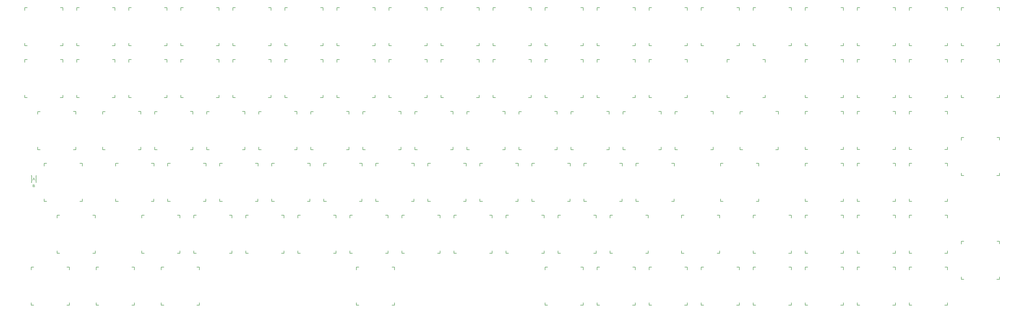
<source format=gto>
G04 Layer_Color=65535*
%FSLAX25Y25*%
%MOIN*%
G70*
G01*
G75*
%ADD39C,0.00787*%
G36*
X24266Y188265D02*
X23699D01*
X23256Y189411D01*
X21673D01*
X21263Y188265D01*
X20734D01*
X22175Y192043D01*
X22721D01*
X24266Y188265D01*
D02*
G37*
G36*
X22596Y182195D02*
X22639D01*
X22738Y182184D01*
X22847Y182173D01*
X22962Y182151D01*
X23076Y182124D01*
X23180Y182086D01*
X23185D01*
X23191Y182080D01*
X23224Y182064D01*
X23273Y182036D01*
X23327Y181998D01*
X23393Y181949D01*
X23464Y181889D01*
X23529Y181813D01*
X23589Y181731D01*
X23595Y181720D01*
X23611Y181687D01*
X23639Y181643D01*
X23666Y181578D01*
X23693Y181501D01*
X23720Y181420D01*
X23737Y181327D01*
X23742Y181234D01*
Y181223D01*
Y181196D01*
X23737Y181147D01*
X23726Y181086D01*
X23710Y181015D01*
X23682Y180939D01*
X23650Y180863D01*
X23606Y180781D01*
X23600Y180770D01*
X23584Y180748D01*
X23551Y180704D01*
X23508Y180660D01*
X23453Y180606D01*
X23387Y180546D01*
X23305Y180491D01*
X23213Y180437D01*
X23218D01*
X23229Y180431D01*
X23246Y180426D01*
X23267Y180415D01*
X23333Y180393D01*
X23409Y180355D01*
X23491Y180306D01*
X23584Y180246D01*
X23666Y180175D01*
X23742Y180087D01*
X23748Y180076D01*
X23770Y180044D01*
X23802Y179994D01*
X23835Y179929D01*
X23868Y179841D01*
X23901Y179749D01*
X23923Y179639D01*
X23928Y179519D01*
Y179514D01*
Y179508D01*
Y179476D01*
X23923Y179421D01*
X23912Y179356D01*
X23901Y179279D01*
X23879Y179197D01*
X23852Y179110D01*
X23813Y179023D01*
X23808Y179012D01*
X23791Y178984D01*
X23770Y178946D01*
X23737Y178892D01*
X23693Y178837D01*
X23650Y178777D01*
X23595Y178717D01*
X23535Y178668D01*
X23529Y178662D01*
X23508Y178646D01*
X23469Y178624D01*
X23420Y178602D01*
X23360Y178569D01*
X23289Y178537D01*
X23213Y178509D01*
X23120Y178482D01*
X23109D01*
X23076Y178471D01*
X23022Y178466D01*
X22951Y178455D01*
X22863Y178444D01*
X22760Y178433D01*
X22645Y178427D01*
X22514Y178422D01*
X21072D01*
Y182200D01*
X22558D01*
X22596Y182195D01*
D02*
G37*
%LPC*%
G36*
X22437Y191650D02*
Y191644D01*
X22432Y191633D01*
Y191611D01*
X22421Y191590D01*
X22416Y191551D01*
X22405Y191513D01*
X22383Y191420D01*
X22355Y191311D01*
X22317Y191191D01*
X22279Y191060D01*
X22230Y190924D01*
X21820Y189821D01*
X23098D01*
X22705Y190858D01*
Y190863D01*
X22700Y190880D01*
X22689Y190907D01*
X22678Y190940D01*
X22661Y190978D01*
X22645Y191027D01*
X22628Y191082D01*
X22607Y191136D01*
X22563Y191262D01*
X22519Y191393D01*
X22476Y191524D01*
X22437Y191650D01*
D02*
G37*
G36*
X22568Y180169D02*
X21575D01*
Y178870D01*
X22650D01*
X22765Y178875D01*
X22814Y178881D01*
X22858Y178886D01*
X22863D01*
X22885Y178892D01*
X22918Y178897D01*
X22956Y178908D01*
X23049Y178941D01*
X23142Y178984D01*
X23147Y178990D01*
X23164Y179001D01*
X23185Y179017D01*
X23213Y179039D01*
X23240Y179072D01*
X23278Y179104D01*
X23305Y179148D01*
X23338Y179197D01*
X23344Y179203D01*
X23349Y179219D01*
X23360Y179252D01*
X23377Y179290D01*
X23393Y179334D01*
X23404Y179388D01*
X23409Y179454D01*
X23415Y179519D01*
Y179530D01*
Y179552D01*
X23409Y179596D01*
X23398Y179645D01*
X23387Y179700D01*
X23366Y179760D01*
X23338Y179820D01*
X23300Y179880D01*
X23295Y179885D01*
X23278Y179907D01*
X23256Y179934D01*
X23224Y179967D01*
X23180Y180005D01*
X23125Y180044D01*
X23065Y180076D01*
X22994Y180104D01*
X22983Y180109D01*
X22962Y180114D01*
X22912Y180125D01*
X22852Y180136D01*
X22776Y180147D01*
X22683Y180158D01*
X22568Y180169D01*
D02*
G37*
G36*
X22470Y181753D02*
X21575D01*
Y180617D01*
X22503D01*
X22574Y180622D01*
X22650Y180628D01*
X22727Y180633D01*
X22803Y180644D01*
X22863Y180655D01*
X22874Y180660D01*
X22896Y180666D01*
X22929Y180682D01*
X22973Y180704D01*
X23016Y180726D01*
X23065Y180759D01*
X23114Y180803D01*
X23153Y180846D01*
X23158Y180852D01*
X23169Y180868D01*
X23185Y180901D01*
X23202Y180939D01*
X23218Y180983D01*
X23235Y181037D01*
X23246Y181103D01*
X23251Y181174D01*
Y181185D01*
Y181207D01*
X23246Y181239D01*
X23240Y181283D01*
X23229Y181338D01*
X23213Y181392D01*
X23191Y181447D01*
X23158Y181501D01*
X23153Y181507D01*
X23142Y181523D01*
X23120Y181551D01*
X23093Y181578D01*
X23054Y181611D01*
X23011Y181643D01*
X22956Y181676D01*
X22896Y181698D01*
X22891D01*
X22863Y181709D01*
X22825Y181714D01*
X22765Y181725D01*
X22683Y181736D01*
X22590Y181742D01*
X22470Y181753D01*
D02*
G37*
%LPD*%
D39*
X25634Y195075D02*
X26234D01*
X25634Y185232D02*
X26234D01*
X18834Y185232D02*
X19484D01*
X18834Y195075D02*
X19484D01*
Y185232D02*
Y195075D01*
X25634Y185232D02*
Y195075D01*
X964341Y59041D02*
Y62791D01*
X960591D02*
X964341D01*
X909282Y58982D02*
Y62732D01*
X913032D01*
X909282Y7732D02*
X913032D01*
X909282D02*
Y11482D01*
X964282Y7732D02*
Y11482D01*
X960532Y7732D02*
X964282D01*
X814341Y59041D02*
Y62791D01*
X810591D02*
X814341D01*
X759282Y58982D02*
Y62732D01*
X763032D01*
X759282Y7732D02*
X763032D01*
X759282D02*
Y11482D01*
X814282Y7732D02*
Y11482D01*
X810532Y7732D02*
X814282D01*
X964342Y359041D02*
Y362791D01*
X960592D02*
X964342D01*
X909283Y358982D02*
Y362732D01*
X913033D01*
X909283Y307732D02*
X913033D01*
X909283D02*
Y311482D01*
X964283Y307732D02*
Y311482D01*
X960533Y307732D02*
X964283D01*
X889342Y359041D02*
Y362791D01*
X885592D02*
X889342D01*
X834283Y358982D02*
Y362732D01*
X838033D01*
X834283Y307732D02*
X838033D01*
X834283D02*
Y311482D01*
X889283Y307732D02*
Y311482D01*
X885533Y307732D02*
X889283D01*
X833096Y134041D02*
Y137791D01*
X829346D02*
X833096D01*
X778037Y133982D02*
Y137732D01*
X781787D01*
X778037Y82732D02*
X781787D01*
X778037D02*
Y86482D01*
X833037Y82732D02*
Y86482D01*
X829287Y82732D02*
X833037D01*
X908097Y134041D02*
Y137791D01*
X904346D02*
X908097D01*
X853037Y133982D02*
Y137732D01*
X856787D01*
X853037Y82732D02*
X856787D01*
X853037D02*
Y86482D01*
X908037Y82732D02*
Y86482D01*
X904287Y82732D02*
X908037D01*
X814342Y359041D02*
Y362791D01*
X810592D02*
X814342D01*
X759283Y358982D02*
Y362732D01*
X763033D01*
X759283Y307732D02*
X763033D01*
X759283D02*
Y311482D01*
X814283Y307732D02*
Y311482D01*
X810533Y307732D02*
X814283D01*
X139342Y359041D02*
Y362791D01*
X135592D02*
X139342D01*
X84283Y358982D02*
Y362732D01*
X88033D01*
X84283Y307732D02*
X88033D01*
X84283D02*
Y311482D01*
X139283Y307732D02*
Y311482D01*
X135533Y307732D02*
X139283D01*
X214342Y359041D02*
Y362791D01*
X210593D02*
X214342D01*
X159283Y358982D02*
Y362732D01*
X163033D01*
X159283Y307732D02*
X163033D01*
X159283D02*
Y311482D01*
X214283Y307732D02*
Y311482D01*
X210533Y307732D02*
X214283D01*
X289342Y359041D02*
Y362791D01*
X285593D02*
X289342D01*
X234283Y358982D02*
Y362732D01*
X238033D01*
X234283Y307732D02*
X238033D01*
X234283D02*
Y311482D01*
X289283Y307732D02*
Y311482D01*
X285533Y307732D02*
X289283D01*
X364342Y359041D02*
Y362791D01*
X360593D02*
X364342D01*
X309283Y358982D02*
Y362732D01*
X313033D01*
X309283Y307732D02*
X313033D01*
X309283D02*
Y311482D01*
X364283Y307732D02*
Y311482D01*
X360533Y307732D02*
X364283D01*
X439342Y359041D02*
Y362791D01*
X435593D02*
X439342D01*
X384283Y358982D02*
Y362732D01*
X388033D01*
X384283Y307732D02*
X388033D01*
X384283D02*
Y311482D01*
X439283Y307732D02*
Y311482D01*
X435533Y307732D02*
X439283D01*
X514342Y359041D02*
Y362791D01*
X510593D02*
X514342D01*
X459283Y358982D02*
Y362732D01*
X463033D01*
X459283Y307732D02*
X463033D01*
X459283D02*
Y311482D01*
X514283Y307732D02*
Y311482D01*
X510533Y307732D02*
X514283D01*
X589342Y359041D02*
Y362791D01*
X585593D02*
X589342D01*
X534283Y358982D02*
Y362732D01*
X538033D01*
X534283Y307732D02*
X538033D01*
X534283D02*
Y311482D01*
X589283Y307732D02*
Y311482D01*
X585533Y307732D02*
X589283D01*
X664342Y359041D02*
Y362791D01*
X660593D02*
X664342D01*
X609283Y358982D02*
Y362732D01*
X613033D01*
X609283Y307732D02*
X613033D01*
X609283D02*
Y311482D01*
X664283Y307732D02*
Y311482D01*
X660533Y307732D02*
X664283D01*
X739342Y359041D02*
Y362791D01*
X735593D02*
X739342D01*
X684283Y358982D02*
Y362732D01*
X688033D01*
X684283Y307732D02*
X688033D01*
X684283D02*
Y311482D01*
X739283Y307732D02*
Y311482D01*
X735533Y307732D02*
X739283D01*
X926840Y284036D02*
Y287786D01*
X923090D02*
X926840D01*
X871782Y283977D02*
Y287727D01*
X875531D01*
X871782Y232727D02*
X875531D01*
X871782D02*
Y236477D01*
X926781Y232727D02*
Y236477D01*
X923032Y232727D02*
X926781D01*
X1095592Y284036D02*
Y287786D01*
X1091842D02*
X1095592D01*
X1040533Y283977D02*
Y287727D01*
X1044283D01*
X1040533Y232727D02*
X1044283D01*
X1040533D02*
Y236477D01*
X1095533Y232727D02*
Y236477D01*
X1091783Y232727D02*
X1095533D01*
X1001841Y284036D02*
Y287786D01*
X998091D02*
X1001841D01*
X946782Y283977D02*
Y287727D01*
X950532D01*
X946782Y232727D02*
X950532D01*
X946782D02*
Y236477D01*
X1001782Y232727D02*
Y236477D01*
X998032Y232727D02*
X1001782D01*
X261218Y59041D02*
Y62791D01*
X257468D02*
X261218D01*
X206159Y58982D02*
Y62732D01*
X209909D01*
X206159Y7732D02*
X209909D01*
X206159D02*
Y11482D01*
X261159Y7732D02*
Y11482D01*
X257409Y7732D02*
X261159D01*
X195596Y209041D02*
Y212791D01*
X191846D02*
X195596D01*
X140536Y208982D02*
Y212732D01*
X144287D01*
X140536Y157732D02*
X144287D01*
X140536D02*
Y161482D01*
X195536Y157732D02*
Y161482D01*
X191787Y157732D02*
X195536D01*
X1076841Y359041D02*
Y362791D01*
X1073091D02*
X1076841D01*
X1021782Y358982D02*
Y362732D01*
X1025532D01*
X1021782Y307732D02*
X1025532D01*
X1021782D02*
Y311482D01*
X1076782Y307732D02*
Y311482D01*
X1073032Y307732D02*
X1076782D01*
X533096Y134041D02*
Y137791D01*
X529346D02*
X533096D01*
X478037Y133982D02*
Y137732D01*
X481787D01*
X478037Y82732D02*
X481787D01*
X478037D02*
Y86482D01*
X533037Y82732D02*
Y86482D01*
X529287Y82732D02*
X533037D01*
X92470Y209041D02*
Y212791D01*
X88720D02*
X92470D01*
X37411Y208982D02*
Y212732D01*
X41161D01*
X37411Y157732D02*
X41161D01*
X37411D02*
Y161482D01*
X92411Y157732D02*
Y161482D01*
X88661Y157732D02*
X92411D01*
X383096Y134041D02*
Y137791D01*
X379346D02*
X383096D01*
X328037Y133982D02*
Y137732D01*
X331787D01*
X328037Y82732D02*
X331787D01*
X328037D02*
Y86482D01*
X383037Y82732D02*
Y86482D01*
X379287Y82732D02*
X383037D01*
X73718Y59041D02*
Y62791D01*
X69968D02*
X73718D01*
X18658Y58982D02*
Y62732D01*
X22409D01*
X18658Y7732D02*
X22409D01*
X18658D02*
Y11482D01*
X73659Y7732D02*
Y11482D01*
X69908Y7732D02*
X73659D01*
X1114341Y434041D02*
Y437791D01*
X1110591D02*
X1114341D01*
X1059282Y433982D02*
Y437732D01*
X1063032D01*
X1059282Y382732D02*
X1063032D01*
X1059282D02*
Y386482D01*
X1114282Y382732D02*
Y386482D01*
X1110532Y382732D02*
X1114282D01*
X1114341Y59041D02*
Y62791D01*
X1110591D02*
X1114341D01*
X1059282Y58982D02*
Y62732D01*
X1063032D01*
X1059282Y7732D02*
X1063032D01*
X1059282D02*
Y11482D01*
X1114282Y7732D02*
Y11482D01*
X1110532Y7732D02*
X1114282D01*
X345596Y209041D02*
Y212791D01*
X341846D02*
X345596D01*
X290537Y208982D02*
Y212732D01*
X294287D01*
X290537Y157732D02*
X294287D01*
X290537D02*
Y161482D01*
X345537Y157732D02*
Y161482D01*
X341787Y157732D02*
X345537D01*
X1264341Y434041D02*
Y437791D01*
X1260591D02*
X1264341D01*
X1209282Y433982D02*
Y437732D01*
X1213032D01*
X1209282Y382732D02*
X1213032D01*
X1209282D02*
Y386482D01*
X1264282Y382732D02*
Y386482D01*
X1260532Y382732D02*
X1264282D01*
X1067465Y209041D02*
Y212791D01*
X1063715D02*
X1067465D01*
X1012406Y208982D02*
Y212732D01*
X1016156D01*
X1012406Y157732D02*
X1016156D01*
X1012406D02*
Y161482D01*
X1067406Y157732D02*
Y161482D01*
X1063656Y157732D02*
X1067406D01*
X60533Y382732D02*
X64283D01*
Y386482D01*
X9283Y382732D02*
Y386482D01*
Y382732D02*
X13033D01*
X9283Y437732D02*
X13033D01*
X9283Y433982D02*
Y437732D01*
X60593Y437791D02*
X64342D01*
Y434041D02*
Y437791D01*
X326840Y284036D02*
Y287786D01*
X323090D02*
X326840D01*
X271781Y283977D02*
Y287727D01*
X275531D01*
X271781Y232727D02*
X275531D01*
X271781D02*
Y236477D01*
X326781Y232727D02*
Y236477D01*
X323031Y232727D02*
X326781D01*
X135533Y382732D02*
X139283D01*
Y386482D01*
X84283Y382732D02*
Y386482D01*
Y382732D02*
X88033D01*
X84283Y437732D02*
X88033D01*
X84283Y433982D02*
Y437732D01*
X135592Y437791D02*
X139342D01*
Y434041D02*
Y437791D01*
X210533Y382732D02*
X214283D01*
Y386482D01*
X159283Y382732D02*
Y386482D01*
Y382732D02*
X163033D01*
X159283Y437732D02*
X163033D01*
X159283Y433982D02*
Y437732D01*
X210592Y437791D02*
X214342D01*
Y434041D02*
Y437791D01*
X285533Y382732D02*
X289283D01*
Y386482D01*
X234283Y382732D02*
Y386482D01*
Y382732D02*
X238033D01*
X234283Y437732D02*
X238033D01*
X234283Y433982D02*
Y437732D01*
X285592Y437791D02*
X289342D01*
Y434041D02*
Y437791D01*
X364342Y434041D02*
Y437791D01*
X360592D02*
X364342D01*
X309283Y433982D02*
Y437732D01*
X313033D01*
X309283Y382732D02*
X313033D01*
X309283D02*
Y386482D01*
X364283Y382732D02*
Y386482D01*
X360533Y382732D02*
X364283D01*
X439342Y434041D02*
Y437791D01*
X435592D02*
X439342D01*
X384283Y433982D02*
Y437732D01*
X388033D01*
X384283Y382732D02*
X388033D01*
X384283D02*
Y386482D01*
X439283Y382732D02*
Y386482D01*
X435533Y382732D02*
X439283D01*
X514342Y434041D02*
Y437791D01*
X510592D02*
X514342D01*
X459283Y433982D02*
Y437732D01*
X463033D01*
X459283Y382732D02*
X463033D01*
X459283D02*
Y386482D01*
X514283Y382732D02*
Y386482D01*
X510533Y382732D02*
X514283D01*
X589342Y434041D02*
Y437791D01*
X585592D02*
X589342D01*
X534283Y433982D02*
Y437732D01*
X538033D01*
X534283Y382732D02*
X538033D01*
X534283D02*
Y386482D01*
X589283Y382732D02*
Y386482D01*
X585533Y382732D02*
X589283D01*
X664342Y434041D02*
Y437791D01*
X660592D02*
X664342D01*
X609282Y433982D02*
Y437732D01*
X613032D01*
X609282Y382732D02*
X613032D01*
X609282D02*
Y386482D01*
X664283Y382732D02*
Y386482D01*
X660533Y382732D02*
X664283D01*
X739341Y434041D02*
Y437791D01*
X735592D02*
X739341D01*
X684282Y433982D02*
Y437732D01*
X688032D01*
X684282Y382732D02*
X688032D01*
X684282D02*
Y386482D01*
X739282Y382732D02*
Y386482D01*
X735532Y382732D02*
X739282D01*
X814341Y434041D02*
Y437791D01*
X810591D02*
X814341D01*
X759282Y433982D02*
Y437732D01*
X763032D01*
X759282Y382732D02*
X763032D01*
X759282D02*
Y386482D01*
X814282Y382732D02*
Y386482D01*
X810532Y382732D02*
X814282D01*
X889341Y434041D02*
Y437791D01*
X885591D02*
X889341D01*
X834282Y433982D02*
Y437732D01*
X838032D01*
X834282Y382732D02*
X838032D01*
X834282D02*
Y386482D01*
X889282Y382732D02*
Y386482D01*
X885532Y382732D02*
X889282D01*
X964341Y434041D02*
Y437791D01*
X960591D02*
X964341D01*
X909282Y433982D02*
Y437732D01*
X913032D01*
X909282Y382732D02*
X913032D01*
X909282D02*
Y386482D01*
X964282Y382732D02*
Y386482D01*
X960532Y382732D02*
X964282D01*
X889341Y59041D02*
Y62791D01*
X885591D02*
X889341D01*
X834282Y58982D02*
Y62732D01*
X838032D01*
X834282Y7732D02*
X838032D01*
X834282D02*
Y11482D01*
X889282Y7732D02*
Y11482D01*
X885532Y7732D02*
X889282D01*
X420596Y209041D02*
Y212791D01*
X416846D02*
X420596D01*
X365537Y208982D02*
Y212732D01*
X369287D01*
X365537Y157732D02*
X369287D01*
X365537D02*
Y161482D01*
X420537Y157732D02*
Y161482D01*
X416787Y157732D02*
X420537D01*
X495596Y209041D02*
Y212791D01*
X491846D02*
X495596D01*
X440537Y208982D02*
Y212732D01*
X444287D01*
X440537Y157732D02*
X444287D01*
X440537D02*
Y161482D01*
X495537Y157732D02*
Y161482D01*
X491787Y157732D02*
X495537D01*
X1189341Y434041D02*
Y437791D01*
X1185591D02*
X1189341D01*
X1134282Y433982D02*
Y437732D01*
X1138032D01*
X1134282Y382732D02*
X1138032D01*
X1134282D02*
Y386482D01*
X1189282Y382732D02*
Y386482D01*
X1185532Y382732D02*
X1189282D01*
X570596Y209041D02*
Y212791D01*
X566846D02*
X570596D01*
X515537Y208982D02*
Y212732D01*
X519287D01*
X515537Y157732D02*
X519287D01*
X515537D02*
Y161482D01*
X570537Y157732D02*
Y161482D01*
X566787Y157732D02*
X570537D01*
X701840Y284036D02*
Y287786D01*
X698090D02*
X701840D01*
X646781Y283977D02*
Y287727D01*
X650531D01*
X646781Y232727D02*
X650531D01*
X646781D02*
Y236477D01*
X701781Y232727D02*
Y236477D01*
X698031Y232727D02*
X701781D01*
X645596Y209041D02*
Y212791D01*
X641846D02*
X645596D01*
X590537Y208982D02*
Y212732D01*
X594287D01*
X590537Y157732D02*
X594287D01*
X590537D02*
Y161482D01*
X645537Y157732D02*
Y161482D01*
X641787Y157732D02*
X645537D01*
X720596Y209041D02*
Y212791D01*
X716846D02*
X720596D01*
X665537Y208982D02*
Y212732D01*
X669287D01*
X665537Y157732D02*
X669287D01*
X665537D02*
Y161482D01*
X720537Y157732D02*
Y161482D01*
X716787Y157732D02*
X720537D01*
X1039341Y59041D02*
Y62791D01*
X1035591D02*
X1039341D01*
X984282Y58982D02*
Y62732D01*
X988032D01*
X984282Y7732D02*
X988032D01*
X984282D02*
Y11482D01*
X1039282Y7732D02*
Y11482D01*
X1035532Y7732D02*
X1039282D01*
X795596Y209041D02*
Y212791D01*
X791846D02*
X795596D01*
X740537Y208982D02*
Y212732D01*
X744287D01*
X740537Y157732D02*
X744287D01*
X740537D02*
Y161482D01*
X795537Y157732D02*
Y161482D01*
X791787Y157732D02*
X795537D01*
X683096Y134041D02*
Y137791D01*
X679346D02*
X683096D01*
X628037Y133982D02*
Y137732D01*
X631787D01*
X628037Y82732D02*
X631787D01*
X628037D02*
Y86482D01*
X683037Y82732D02*
Y86482D01*
X679287Y82732D02*
X683037D01*
X608096Y134041D02*
Y137791D01*
X604346D02*
X608096D01*
X553037Y133982D02*
Y137732D01*
X556787D01*
X553037Y82732D02*
X556787D01*
X553037D02*
Y86482D01*
X608037Y82732D02*
Y86482D01*
X604287Y82732D02*
X608037D01*
X1264341Y59041D02*
Y62791D01*
X1260591D02*
X1264341D01*
X1209282Y58982D02*
Y62732D01*
X1213032D01*
X1209282Y7732D02*
X1213032D01*
X1209282D02*
Y11482D01*
X1264282Y7732D02*
Y11482D01*
X1260532Y7732D02*
X1264282D01*
X1189341Y134041D02*
Y137791D01*
X1185591D02*
X1189341D01*
X1134282Y133982D02*
Y137732D01*
X1138032D01*
X1134282Y82732D02*
X1138032D01*
X1134282D02*
Y86482D01*
X1189282Y82732D02*
Y86482D01*
X1185532Y82732D02*
X1189282D01*
X1264341Y134041D02*
Y137791D01*
X1260591D02*
X1264341D01*
X1209282Y133982D02*
Y137732D01*
X1213032D01*
X1209282Y82732D02*
X1213032D01*
X1209282D02*
Y86482D01*
X1264282Y82732D02*
Y86482D01*
X1260532Y82732D02*
X1264282D01*
X1339341Y134041D02*
Y137791D01*
X1335591D02*
X1339341D01*
X1284282Y133982D02*
Y137732D01*
X1288032D01*
X1284282Y82732D02*
X1288032D01*
X1284282D02*
Y86482D01*
X1339282Y82732D02*
Y86482D01*
X1335532Y82732D02*
X1339282D01*
X1189341Y209041D02*
Y212791D01*
X1185591D02*
X1189341D01*
X1134282Y208982D02*
Y212732D01*
X1138032D01*
X1134282Y157732D02*
X1138032D01*
X1134282D02*
Y161482D01*
X1189282Y157732D02*
Y161482D01*
X1185532Y157732D02*
X1189282D01*
X1264341Y209041D02*
Y212791D01*
X1260591D02*
X1264341D01*
X1209282Y208982D02*
Y212732D01*
X1213032D01*
X1209282Y157732D02*
X1213032D01*
X1209282D02*
Y161482D01*
X1264282Y157732D02*
Y161482D01*
X1260532Y157732D02*
X1264282D01*
X1339341Y209041D02*
Y212791D01*
X1335591D02*
X1339341D01*
X1284282Y208982D02*
Y212732D01*
X1288032D01*
X1284282Y157732D02*
X1288032D01*
X1284282D02*
Y161482D01*
X1339282Y157732D02*
Y161482D01*
X1335532Y157732D02*
X1339282D01*
X1189341Y284041D02*
Y287791D01*
X1185591D02*
X1189341D01*
X1134282Y283982D02*
Y287732D01*
X1138032D01*
X1134282Y232732D02*
X1138032D01*
X1134282D02*
Y236482D01*
X1189282Y232732D02*
Y236482D01*
X1185532Y232732D02*
X1189282D01*
X1264341Y284041D02*
Y287791D01*
X1260591D02*
X1264341D01*
X1209282Y283982D02*
Y287732D01*
X1213032D01*
X1209282Y232732D02*
X1213032D01*
X1209282D02*
Y236482D01*
X1264282Y232732D02*
Y236482D01*
X1260532Y232732D02*
X1264282D01*
X1339341Y284041D02*
Y287791D01*
X1335591D02*
X1339341D01*
X1284282Y283982D02*
Y287732D01*
X1288032D01*
X1284282Y232732D02*
X1288032D01*
X1284282D02*
Y236482D01*
X1339282Y232732D02*
Y236482D01*
X1335532Y232732D02*
X1339282D01*
X1339341Y359041D02*
Y362791D01*
X1335591D02*
X1339341D01*
X1284282Y358982D02*
Y362732D01*
X1288032D01*
X1284282Y307732D02*
X1288032D01*
X1284282D02*
Y311482D01*
X1339282Y307732D02*
Y311482D01*
X1335532Y307732D02*
X1339282D01*
X1414340Y246422D02*
Y250172D01*
X1410590D02*
X1414340D01*
X1359281Y246363D02*
Y250113D01*
X1363031D01*
X1359281Y195113D02*
X1363031D01*
X1359281D02*
Y198863D01*
X1414281Y195113D02*
Y198863D01*
X1410531Y195113D02*
X1414281D01*
X1414341Y359041D02*
Y362791D01*
X1410591D02*
X1414341D01*
X1359282Y358982D02*
Y362732D01*
X1363032D01*
X1359282Y307732D02*
X1363032D01*
X1359282D02*
Y311482D01*
X1414282Y307732D02*
Y311482D01*
X1410532Y307732D02*
X1414282D01*
X1339341Y59041D02*
Y62791D01*
X1335591D02*
X1339341D01*
X1284282Y58982D02*
Y62732D01*
X1288032D01*
X1284282Y7732D02*
X1288032D01*
X1284282D02*
Y11482D01*
X1339282Y7732D02*
Y11482D01*
X1335532Y7732D02*
X1339282D01*
X1264341Y359041D02*
Y362791D01*
X1260591D02*
X1264341D01*
X1209282Y358982D02*
Y362732D01*
X1213032D01*
X1209282Y307732D02*
X1213032D01*
X1209282D02*
Y311482D01*
X1264282Y307732D02*
Y311482D01*
X1260532Y307732D02*
X1264282D01*
X1414340Y96445D02*
Y100195D01*
X1410590D02*
X1414340D01*
X1359281Y96386D02*
Y100136D01*
X1363031D01*
X1359281Y45136D02*
X1363031D01*
X1359281D02*
Y48886D01*
X1414281Y45136D02*
Y48886D01*
X1410531Y45136D02*
X1414281D01*
X1189341Y359041D02*
Y362791D01*
X1185591D02*
X1189341D01*
X1134282Y358982D02*
Y362732D01*
X1138032D01*
X1134282Y307732D02*
X1138032D01*
X1134282D02*
Y311482D01*
X1189282Y307732D02*
Y311482D01*
X1185532Y307732D02*
X1189282D01*
X776840Y284036D02*
Y287786D01*
X773090D02*
X776840D01*
X721781Y283977D02*
Y287727D01*
X725531D01*
X721781Y232727D02*
X725531D01*
X721781D02*
Y236477D01*
X776781Y232727D02*
Y236477D01*
X773031Y232727D02*
X776781D01*
X1414340Y434041D02*
Y437791D01*
X1410590D02*
X1414340D01*
X1359281Y433982D02*
Y437732D01*
X1363031D01*
X1359281Y382732D02*
X1363031D01*
X1359281D02*
Y386482D01*
X1414281Y382732D02*
Y386482D01*
X1410531Y382732D02*
X1414281D01*
X1339341Y434041D02*
Y437791D01*
X1335591D02*
X1339341D01*
X1284282Y433982D02*
Y437732D01*
X1288032D01*
X1284282Y382732D02*
X1288032D01*
X1284282D02*
Y386482D01*
X1339282Y382732D02*
Y386482D01*
X1335532Y382732D02*
X1339282D01*
X851840Y284036D02*
Y287786D01*
X848090D02*
X851840D01*
X796781Y283977D02*
Y287727D01*
X800531D01*
X796781Y232727D02*
X800531D01*
X796781D02*
Y236477D01*
X851781Y232727D02*
Y236477D01*
X848031Y232727D02*
X851781D01*
X176840Y284036D02*
Y287786D01*
X173090D02*
X176840D01*
X121781Y283977D02*
Y287727D01*
X125531D01*
X121781Y232727D02*
X125531D01*
X121781D02*
Y236477D01*
X176781Y232727D02*
Y236477D01*
X173031Y232727D02*
X176781D01*
X1189341Y59041D02*
Y62791D01*
X1185591D02*
X1189341D01*
X1134282Y58982D02*
Y62732D01*
X1138032D01*
X1134282Y7732D02*
X1138032D01*
X1134282D02*
Y11482D01*
X1189282Y7732D02*
Y11482D01*
X1185532Y7732D02*
X1189282D01*
X401840Y284036D02*
Y287786D01*
X398090D02*
X401840D01*
X346781Y283977D02*
Y287727D01*
X350531D01*
X346781Y232727D02*
X350531D01*
X346781D02*
Y236477D01*
X401781Y232727D02*
Y236477D01*
X398031Y232727D02*
X401781D01*
X111212Y134041D02*
Y137791D01*
X107462D02*
X111212D01*
X56153Y133982D02*
Y137732D01*
X59903D01*
X56153Y82732D02*
X59903D01*
X56153D02*
Y86482D01*
X111153Y82732D02*
Y86482D01*
X107403Y82732D02*
X111153D01*
X1011213Y134041D02*
Y137791D01*
X1007463D02*
X1011213D01*
X956154Y133982D02*
Y137732D01*
X959904D01*
X956154Y82732D02*
X959904D01*
X956154D02*
Y86482D01*
X1011154Y82732D02*
Y86482D01*
X1007404Y82732D02*
X1011154D01*
X542471Y59041D02*
Y62791D01*
X538721D02*
X542471D01*
X487411Y58982D02*
Y62732D01*
X491161D01*
X487411Y7732D02*
X491161D01*
X487411D02*
Y11482D01*
X542412Y7732D02*
Y11482D01*
X538661Y7732D02*
X542412D01*
X270596Y209041D02*
Y212791D01*
X266846D02*
X270596D01*
X215537Y208982D02*
Y212732D01*
X219287D01*
X215537Y157732D02*
X219287D01*
X215537D02*
Y161482D01*
X270537Y157732D02*
Y161482D01*
X266787Y157732D02*
X270537D01*
X476840Y284036D02*
Y287786D01*
X473090D02*
X476840D01*
X421781Y283977D02*
Y287727D01*
X425531D01*
X421781Y232727D02*
X425531D01*
X421781D02*
Y236477D01*
X476781Y232727D02*
Y236477D01*
X473031Y232727D02*
X476781D01*
X1114341Y134041D02*
Y137791D01*
X1110591D02*
X1114341D01*
X1059282Y133982D02*
Y137732D01*
X1063032D01*
X1059282Y82732D02*
X1063032D01*
X1059282D02*
Y86482D01*
X1114282Y82732D02*
Y86482D01*
X1110532Y82732D02*
X1114282D01*
X626840Y284036D02*
Y287786D01*
X623090D02*
X626840D01*
X571781Y283977D02*
Y287727D01*
X575531D01*
X571781Y232727D02*
X575531D01*
X571781D02*
Y236477D01*
X626781Y232727D02*
Y236477D01*
X623031Y232727D02*
X626781D01*
X458096Y134041D02*
Y137791D01*
X454346D02*
X458096D01*
X403037Y133982D02*
Y137732D01*
X406787D01*
X403037Y82732D02*
X406787D01*
X403037D02*
Y86482D01*
X458037Y82732D02*
Y86482D01*
X454287Y82732D02*
X458037D01*
X167468Y59041D02*
Y62791D01*
X163718D02*
X167468D01*
X112409Y58982D02*
Y62732D01*
X116159D01*
X112409Y7732D02*
X116159D01*
X112409D02*
Y11482D01*
X167409Y7732D02*
Y11482D01*
X163659Y7732D02*
X167409D01*
X251840Y284036D02*
Y287786D01*
X248090D02*
X251840D01*
X196781Y283977D02*
Y287727D01*
X200531D01*
X196781Y232727D02*
X200531D01*
X196781D02*
Y236477D01*
X251781Y232727D02*
Y236477D01*
X248031Y232727D02*
X251781D01*
X308096Y134041D02*
Y137791D01*
X304346D02*
X308096D01*
X253037Y133982D02*
Y137732D01*
X256787D01*
X253037Y82732D02*
X256787D01*
X253037D02*
Y86482D01*
X308037Y82732D02*
Y86482D01*
X304287Y82732D02*
X308037D01*
X551840Y284036D02*
Y287786D01*
X548090D02*
X551840D01*
X496781Y283977D02*
Y287727D01*
X500531D01*
X496781Y232727D02*
X500531D01*
X496781D02*
Y236477D01*
X551781Y232727D02*
Y236477D01*
X548031Y232727D02*
X551781D01*
X233096Y134041D02*
Y137791D01*
X229346D02*
X233096D01*
X178036Y133982D02*
Y137732D01*
X181787D01*
X178036Y82732D02*
X181787D01*
X178036D02*
Y86482D01*
X233036Y82732D02*
Y86482D01*
X229287Y82732D02*
X233036D01*
X64342Y359041D02*
Y362791D01*
X60593D02*
X64342D01*
X9283Y358982D02*
Y362732D01*
X13033D01*
X9283Y307732D02*
X13033D01*
X9283D02*
Y311482D01*
X64283Y307732D02*
Y311482D01*
X60533Y307732D02*
X64283D01*
X758096Y134041D02*
Y137791D01*
X754346D02*
X758096D01*
X703037Y133982D02*
Y137732D01*
X706787D01*
X703037Y82732D02*
X706787D01*
X703037D02*
Y86482D01*
X758037Y82732D02*
Y86482D01*
X754287Y82732D02*
X758037D01*
X83095Y284036D02*
Y287786D01*
X79345D02*
X83095D01*
X28036Y283977D02*
Y287727D01*
X31786D01*
X28036Y232727D02*
X31786D01*
X28036D02*
Y236477D01*
X83036Y232727D02*
Y236477D01*
X79286Y232727D02*
X83036D01*
X1039341Y434041D02*
Y437791D01*
X1035591D02*
X1039341D01*
X984282Y433982D02*
Y437732D01*
X988032D01*
X984282Y382732D02*
X988032D01*
X984282D02*
Y386482D01*
X1039282Y382732D02*
Y386482D01*
X1035532Y382732D02*
X1039282D01*
X870596Y209041D02*
Y212791D01*
X866846D02*
X870596D01*
X815537Y208982D02*
Y212732D01*
X819287D01*
X815537Y157732D02*
X819287D01*
X815537D02*
Y161482D01*
X870537Y157732D02*
Y161482D01*
X866787Y157732D02*
X870537D01*
X945597Y209041D02*
Y212791D01*
X941846D02*
X945597D01*
X890537Y208982D02*
Y212732D01*
X894287D01*
X890537Y157732D02*
X894287D01*
X890537D02*
Y161482D01*
X945537Y157732D02*
Y161482D01*
X941787Y157732D02*
X945537D01*
M02*

</source>
